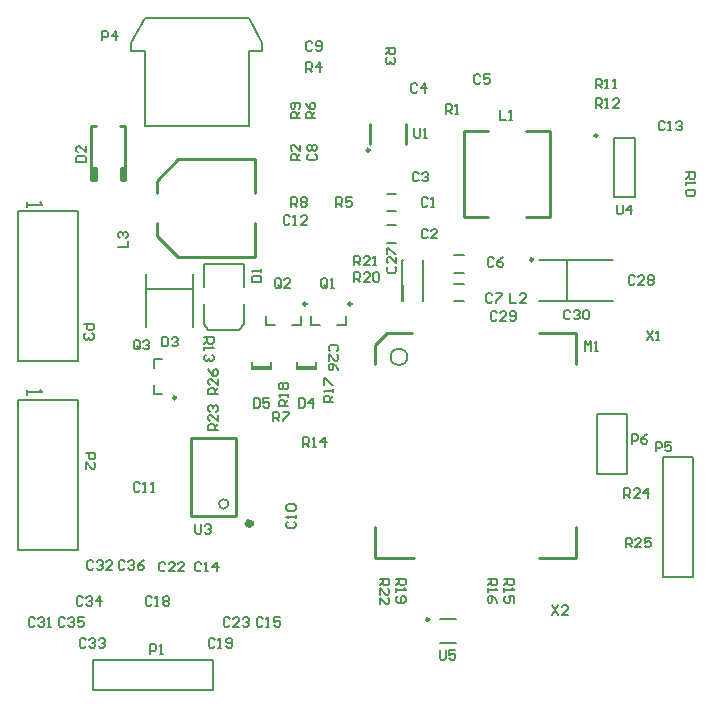
<source format=gto>
G04 Layer_Color=65535*
%FSLAX25Y25*%
%MOIN*%
G70*
G01*
G75*
%ADD38C,0.00787*%
%ADD39C,0.00984*%
%ADD41C,0.02362*%
%ADD52C,0.00800*%
%ADD53C,0.01000*%
%ADD54C,0.00500*%
%ADD55R,0.01433X0.03937*%
%ADD56R,0.01969X0.03937*%
D38*
X50244Y102094D02*
X53000D01*
X50244D02*
Y105244D01*
Y113906D02*
X53000D01*
X50244Y110756D02*
Y113906D01*
X203457Y167657D02*
Y187343D01*
X210543Y167657D02*
Y187343D01*
X203457D02*
X210543D01*
X203457Y167657D02*
X210543D01*
X139847Y133307D02*
Y138425D01*
Y146693D02*
X140043D01*
X133154Y133307D02*
Y138425D01*
X132957Y146693D02*
X133154D01*
X140043Y133307D02*
Y146693D01*
X132957Y133307D02*
Y146693D01*
X198000Y95500D02*
X208000D01*
Y75500D02*
Y95500D01*
X198000Y75500D02*
X208000D01*
X198000D02*
Y95500D01*
X82850Y111067D02*
X89150D01*
X82850Y110319D02*
X89150D01*
Y112681D01*
X82850Y110319D02*
Y112681D01*
X97850Y111067D02*
X104150D01*
X97850Y110319D02*
X104150D01*
Y112681D01*
X97850Y110319D02*
Y112681D01*
X114406Y125244D02*
Y128000D01*
X111256Y125244D02*
X114406D01*
X102594D02*
Y128000D01*
Y125244D02*
X105744D01*
X99406D02*
Y128000D01*
X96256Y125244D02*
X99406D01*
X87594D02*
Y128000D01*
Y125244D02*
X90744D01*
X178598Y133110D02*
Y133307D01*
Y146693D02*
Y146890D01*
X187850Y133110D02*
Y146890D01*
X203402Y133110D02*
Y133307D01*
Y146693D02*
Y146890D01*
X178598D02*
X203402D01*
X178598Y133110D02*
X203402D01*
X150425Y133047D02*
X153575D01*
X150425Y138953D02*
X153575D01*
X150425Y142547D02*
X153575D01*
X150425Y148453D02*
X153575D01*
X127925Y168953D02*
X131075D01*
X127925Y163047D02*
X131075D01*
X127925Y158453D02*
X131075D01*
X127925Y152547D02*
X131075D01*
X47744Y124319D02*
Y142272D01*
X63256Y124319D02*
Y142272D01*
X47744Y137154D02*
X63256D01*
X220000Y81000D02*
X230000D01*
Y41000D02*
Y81000D01*
X220000Y41000D02*
Y81000D01*
Y41000D02*
X230000D01*
X66807Y137953D02*
Y145433D01*
X80193Y137953D02*
Y145433D01*
X66807D02*
X80193D01*
X68382Y123386D02*
X78618D01*
X66807Y125354D02*
Y132047D01*
X78618Y123386D02*
X80193Y125354D01*
X66807Y125354D02*
X68382Y123386D01*
X80193Y125354D02*
Y132047D01*
X30000Y3500D02*
Y13500D01*
X70000D01*
X30000Y3500D02*
X70000D01*
Y13500D01*
X5000Y113000D02*
Y163000D01*
X25000Y113000D02*
Y163000D01*
X5000D02*
X25000D01*
X5000Y113000D02*
X25000D01*
X145681Y19122D02*
X150799D01*
X145681Y26996D02*
X150799D01*
X5000Y50000D02*
Y100000D01*
X25000Y50000D02*
Y100000D01*
X5000D02*
X25000D01*
X5000Y50000D02*
X25000D01*
X42610Y216587D02*
X47138D01*
X42610D02*
Y219146D01*
X42602Y219150D02*
X47138Y227610D01*
Y191390D02*
Y216587D01*
X81862Y191390D02*
Y216587D01*
Y227610D02*
X86398Y219150D01*
X86390Y216587D02*
Y219146D01*
X81862Y216587D02*
X86390D01*
X47138Y191390D02*
X81862D01*
X47138Y227610D02*
X81862D01*
X209500Y85500D02*
Y88649D01*
X211074D01*
X211599Y88124D01*
Y87074D01*
X211074Y86550D01*
X209500D01*
X214748Y88649D02*
X213698Y88124D01*
X212649Y87074D01*
Y86025D01*
X213173Y85500D01*
X214223D01*
X214748Y86025D01*
Y86550D01*
X214223Y87074D01*
X212649D01*
X217500Y83000D02*
Y86149D01*
X219074D01*
X219599Y85624D01*
Y84574D01*
X219074Y84050D01*
X217500D01*
X222748Y86149D02*
X220649D01*
Y84574D01*
X221698Y85099D01*
X222223D01*
X222748Y84574D01*
Y83525D01*
X222223Y83000D01*
X221173D01*
X220649Y83525D01*
X137000Y190649D02*
Y188025D01*
X137525Y187500D01*
X138574D01*
X139099Y188025D01*
Y190649D01*
X140149Y187500D02*
X141198D01*
X140673D01*
Y190649D01*
X140149Y190124D01*
X45599Y117525D02*
Y119624D01*
X45074Y120149D01*
X44025D01*
X43500Y119624D01*
Y117525D01*
X44025Y117000D01*
X45074D01*
X44550Y118050D02*
X45599Y117000D01*
X45074D02*
X45599Y117525D01*
X46649Y119624D02*
X47173Y120149D01*
X48223D01*
X48748Y119624D01*
Y119099D01*
X48223Y118574D01*
X47698D01*
X48223D01*
X48748Y118050D01*
Y117525D01*
X48223Y117000D01*
X47173D01*
X46649Y117525D01*
X92599Y138025D02*
Y140124D01*
X92074Y140649D01*
X91025D01*
X90500Y140124D01*
Y138025D01*
X91025Y137500D01*
X92074D01*
X91550Y138550D02*
X92599Y137500D01*
X92074D02*
X92599Y138025D01*
X95748Y137500D02*
X93649D01*
X95748Y139599D01*
Y140124D01*
X95223Y140649D01*
X94173D01*
X93649Y140124D01*
X108099Y138025D02*
Y140124D01*
X107574Y140649D01*
X106525D01*
X106000Y140124D01*
Y138025D01*
X106525Y137500D01*
X107574D01*
X107050Y138550D02*
X108099Y137500D01*
X107574D02*
X108099Y138025D01*
X109149Y137500D02*
X110198D01*
X109673D01*
Y140649D01*
X109149Y140124D01*
X24351Y179500D02*
X27500D01*
Y181074D01*
X26975Y181599D01*
X24876D01*
X24351Y181074D01*
Y179500D01*
X27500Y184748D02*
Y182649D01*
X25401Y184748D01*
X24876D01*
X24351Y184223D01*
Y183173D01*
X24876Y182649D01*
X53000Y121149D02*
Y118000D01*
X54574D01*
X55099Y118525D01*
Y120624D01*
X54574Y121149D01*
X53000D01*
X56149Y120624D02*
X56673Y121149D01*
X57723D01*
X58248Y120624D01*
Y120099D01*
X57723Y119574D01*
X57198D01*
X57723D01*
X58248Y119050D01*
Y118525D01*
X57723Y118000D01*
X56673D01*
X56149Y118525D01*
X64000Y58649D02*
Y56025D01*
X64525Y55500D01*
X65574D01*
X66099Y56025D01*
Y58649D01*
X67149Y58124D02*
X67673Y58649D01*
X68723D01*
X69248Y58124D01*
Y57599D01*
X68723Y57074D01*
X68198D01*
X68723D01*
X69248Y56550D01*
Y56025D01*
X68723Y55500D01*
X67673D01*
X67149Y56025D01*
X165500Y196649D02*
Y193500D01*
X167599D01*
X168649D02*
X169698D01*
X169173D01*
Y196649D01*
X168649Y196124D01*
X33000Y220000D02*
Y223149D01*
X34574D01*
X35099Y222624D01*
Y221574D01*
X34574Y221049D01*
X33000D01*
X37723Y220000D02*
Y223149D01*
X36149Y221574D01*
X38248D01*
X128376Y144599D02*
X127851Y144074D01*
Y143025D01*
X128376Y142500D01*
X130475D01*
X131000Y143025D01*
Y144074D01*
X130475Y144599D01*
X131000Y147748D02*
Y145649D01*
X128901Y147748D01*
X128376D01*
X127851Y147223D01*
Y146173D01*
X128376Y145649D01*
X127851Y148797D02*
Y150896D01*
X128376D01*
X130475Y148797D01*
X131000D01*
X183000Y31649D02*
X185099Y28500D01*
Y31649D02*
X183000Y28500D01*
X188248D02*
X186149D01*
X188248Y30599D01*
Y31124D01*
X187723Y31649D01*
X186673D01*
X186149Y31124D01*
X214500Y123149D02*
X216599Y120000D01*
Y123149D02*
X214500Y120000D01*
X217649D02*
X218698D01*
X218173D01*
Y123149D01*
X217649Y122624D01*
X204500Y165149D02*
Y162525D01*
X205025Y162000D01*
X206074D01*
X206599Y162525D01*
Y165149D01*
X209223Y162000D02*
Y165149D01*
X207649Y163574D01*
X209748D01*
X145500Y16649D02*
Y14025D01*
X146025Y13500D01*
X147074D01*
X147599Y14025D01*
Y16649D01*
X150748D02*
X148649D01*
Y15074D01*
X149698Y15599D01*
X150223D01*
X150748Y15074D01*
Y14025D01*
X150223Y13500D01*
X149173D01*
X148649Y14025D01*
X207500Y51000D02*
Y54149D01*
X209074D01*
X209599Y53624D01*
Y52574D01*
X209074Y52050D01*
X207500D01*
X208550D02*
X209599Y51000D01*
X212748D02*
X210649D01*
X212748Y53099D01*
Y53624D01*
X212223Y54149D01*
X211173D01*
X210649Y53624D01*
X215896Y54149D02*
X213797D01*
Y52574D01*
X214847Y53099D01*
X215371D01*
X215896Y52574D01*
Y51525D01*
X215371Y51000D01*
X214322D01*
X213797Y51525D01*
X207000Y67500D02*
Y70649D01*
X208574D01*
X209099Y70124D01*
Y69074D01*
X208574Y68550D01*
X207000D01*
X208050D02*
X209099Y67500D01*
X212248D02*
X210149D01*
X212248Y69599D01*
Y70124D01*
X211723Y70649D01*
X210673D01*
X210149Y70124D01*
X214872Y67500D02*
Y70649D01*
X213297Y69074D01*
X215396D01*
X100000Y84500D02*
Y87649D01*
X101574D01*
X102099Y87124D01*
Y86074D01*
X101574Y85550D01*
X100000D01*
X101050D02*
X102099Y84500D01*
X103149D02*
X104198D01*
X103673D01*
Y87649D01*
X103149Y87124D01*
X107347Y84500D02*
Y87649D01*
X105772Y86074D01*
X107871D01*
X125500Y40500D02*
X128649D01*
Y38926D01*
X128124Y38401D01*
X127074D01*
X126550Y38926D01*
Y40500D01*
Y39450D02*
X125500Y38401D01*
Y35252D02*
Y37352D01*
X127599Y35252D01*
X128124D01*
X128649Y35777D01*
Y36827D01*
X128124Y37352D01*
X125500Y32104D02*
Y34203D01*
X127599Y32104D01*
X128124D01*
X128649Y32629D01*
Y33678D01*
X128124Y34203D01*
X131000Y40500D02*
X134149D01*
Y38926D01*
X133624Y38401D01*
X132574D01*
X132050Y38926D01*
Y40500D01*
Y39450D02*
X131000Y38401D01*
Y37352D02*
Y36302D01*
Y36827D01*
X134149D01*
X133624Y37352D01*
X131525Y34728D02*
X131000Y34203D01*
Y33153D01*
X131525Y32629D01*
X133624D01*
X134149Y33153D01*
Y34203D01*
X133624Y34728D01*
X133099D01*
X132574Y34203D01*
Y32629D01*
X161500Y40500D02*
X164649D01*
Y38926D01*
X164124Y38401D01*
X163074D01*
X162550Y38926D01*
Y40500D01*
Y39450D02*
X161500Y38401D01*
Y37352D02*
Y36302D01*
Y36827D01*
X164649D01*
X164124Y37352D01*
X164649Y32629D02*
X164124Y33678D01*
X163074Y34728D01*
X162025D01*
X161500Y34203D01*
Y33153D01*
X162025Y32629D01*
X162550D01*
X163074Y33153D01*
Y34728D01*
X167000Y40500D02*
X170149D01*
Y38926D01*
X169624Y38401D01*
X168574D01*
X168050Y38926D01*
Y40500D01*
Y39450D02*
X167000Y38401D01*
Y37352D02*
Y36302D01*
Y36827D01*
X170149D01*
X169624Y37352D01*
X170149Y32629D02*
Y34728D01*
X168574D01*
X169099Y33678D01*
Y33153D01*
X168574Y32629D01*
X167525D01*
X167000Y33153D01*
Y34203D01*
X167525Y34728D01*
X67000Y121000D02*
X70149D01*
Y119426D01*
X69624Y118901D01*
X68574D01*
X68050Y119426D01*
Y121000D01*
Y119950D02*
X67000Y118901D01*
Y117851D02*
Y116802D01*
Y117327D01*
X70149D01*
X69624Y117851D01*
Y115228D02*
X70149Y114703D01*
Y113653D01*
X69624Y113129D01*
X69099D01*
X68574Y113653D01*
Y114178D01*
Y113653D01*
X68050Y113129D01*
X67525D01*
X67000Y113653D01*
Y114703D01*
X67525Y115228D01*
X197500Y197500D02*
Y200649D01*
X199074D01*
X199599Y200124D01*
Y199074D01*
X199074Y198550D01*
X197500D01*
X198550D02*
X199599Y197500D01*
X200649D02*
X201698D01*
X201173D01*
Y200649D01*
X200649Y200124D01*
X205371Y197500D02*
X203273D01*
X205371Y199599D01*
Y200124D01*
X204847Y200649D01*
X203797D01*
X203273Y200124D01*
X197500Y204000D02*
Y207149D01*
X199074D01*
X199599Y206624D01*
Y205574D01*
X199074Y205050D01*
X197500D01*
X198550D02*
X199599Y204000D01*
X200649D02*
X201698D01*
X201173D01*
Y207149D01*
X200649Y206624D01*
X203273Y204000D02*
X204322D01*
X203797D01*
Y207149D01*
X203273Y206624D01*
X227500Y176000D02*
X230649D01*
Y174426D01*
X230124Y173901D01*
X229074D01*
X228550Y174426D01*
Y176000D01*
Y174951D02*
X227500Y173901D01*
Y172852D02*
Y171802D01*
Y172327D01*
X230649D01*
X230124Y172852D01*
Y170228D02*
X230649Y169703D01*
Y168653D01*
X230124Y168129D01*
X228025D01*
X227500Y168653D01*
Y169703D01*
X228025Y170228D01*
X230124D01*
X99000Y194000D02*
X95851D01*
Y195574D01*
X96376Y196099D01*
X97426D01*
X97951Y195574D01*
Y194000D01*
Y195050D02*
X99000Y196099D01*
X98475Y197149D02*
X99000Y197673D01*
Y198723D01*
X98475Y199248D01*
X96376D01*
X95851Y198723D01*
Y197673D01*
X96376Y197149D01*
X96901D01*
X97426Y197673D01*
Y199248D01*
X96000Y164500D02*
Y167649D01*
X97574D01*
X98099Y167124D01*
Y166074D01*
X97574Y165550D01*
X96000D01*
X97050D02*
X98099Y164500D01*
X99149Y167124D02*
X99673Y167649D01*
X100723D01*
X101248Y167124D01*
Y166599D01*
X100723Y166074D01*
X101248Y165550D01*
Y165025D01*
X100723Y164500D01*
X99673D01*
X99149Y165025D01*
Y165550D01*
X99673Y166074D01*
X99149Y166599D01*
Y167124D01*
X99673Y166074D02*
X100723D01*
X90000Y93000D02*
Y96149D01*
X91574D01*
X92099Y95624D01*
Y94574D01*
X91574Y94050D01*
X90000D01*
X91050D02*
X92099Y93000D01*
X93149Y96149D02*
X95248D01*
Y95624D01*
X93149Y93525D01*
Y93000D01*
X104000Y194000D02*
X100852D01*
Y195574D01*
X101376Y196099D01*
X102426D01*
X102951Y195574D01*
Y194000D01*
Y195050D02*
X104000Y196099D01*
X100852Y199248D02*
X101376Y198198D01*
X102426Y197149D01*
X103475D01*
X104000Y197673D01*
Y198723D01*
X103475Y199248D01*
X102951D01*
X102426Y198723D01*
Y197149D01*
X117000Y145000D02*
Y148149D01*
X118574D01*
X119099Y147624D01*
Y146574D01*
X118574Y146050D01*
X117000D01*
X118050D02*
X119099Y145000D01*
X122248D02*
X120149D01*
X122248Y147099D01*
Y147624D01*
X121723Y148149D01*
X120673D01*
X120149Y147624D01*
X123297Y145000D02*
X124347D01*
X123822D01*
Y148149D01*
X123297Y147624D01*
X111000Y164500D02*
Y167649D01*
X112574D01*
X113099Y167124D01*
Y166074D01*
X112574Y165550D01*
X111000D01*
X112050D02*
X113099Y164500D01*
X116248Y167649D02*
X114149D01*
Y166074D01*
X115198Y166599D01*
X115723D01*
X116248Y166074D01*
Y165025D01*
X115723Y164500D01*
X114673D01*
X114149Y165025D01*
X71500Y102000D02*
X68352D01*
Y103574D01*
X68876Y104099D01*
X69926D01*
X70451Y103574D01*
Y102000D01*
Y103050D02*
X71500Y104099D01*
Y107248D02*
Y105149D01*
X69401Y107248D01*
X68876D01*
X68352Y106723D01*
Y105673D01*
X68876Y105149D01*
X68352Y110396D02*
X68876Y109347D01*
X69926Y108297D01*
X70975D01*
X71500Y108822D01*
Y109871D01*
X70975Y110396D01*
X70451D01*
X69926Y109871D01*
Y108297D01*
X101000Y209500D02*
Y212649D01*
X102574D01*
X103099Y212124D01*
Y211074D01*
X102574Y210550D01*
X101000D01*
X102050D02*
X103099Y209500D01*
X105723D02*
Y212649D01*
X104149Y211074D01*
X106248D01*
X95000Y98000D02*
X91852D01*
Y99574D01*
X92376Y100099D01*
X93426D01*
X93950Y99574D01*
Y98000D01*
Y99050D02*
X95000Y100099D01*
Y101149D02*
Y102198D01*
Y101673D01*
X91852D01*
X92376Y101149D01*
Y103772D02*
X91852Y104297D01*
Y105347D01*
X92376Y105871D01*
X92901D01*
X93426Y105347D01*
X93950Y105871D01*
X94475D01*
X95000Y105347D01*
Y104297D01*
X94475Y103772D01*
X93950D01*
X93426Y104297D01*
X92901Y103772D01*
X92376D01*
X93426Y104297D02*
Y105347D01*
X127500Y217500D02*
X130649D01*
Y215926D01*
X130124Y215401D01*
X129074D01*
X128550Y215926D01*
Y217500D01*
Y216451D02*
X127500Y215401D01*
X130124Y214352D02*
X130649Y213827D01*
Y212777D01*
X130124Y212252D01*
X129599D01*
X129074Y212777D01*
Y213302D01*
Y212777D01*
X128550Y212252D01*
X128025D01*
X127500Y212777D01*
Y213827D01*
X128025Y214352D01*
X117000Y139500D02*
Y142649D01*
X118574D01*
X119099Y142124D01*
Y141074D01*
X118574Y140550D01*
X117000D01*
X118050D02*
X119099Y139500D01*
X122248D02*
X120149D01*
X122248Y141599D01*
Y142124D01*
X121723Y142649D01*
X120673D01*
X120149Y142124D01*
X123297D02*
X123822Y142649D01*
X124872D01*
X125396Y142124D01*
Y140025D01*
X124872Y139500D01*
X123822D01*
X123297Y140025D01*
Y142124D01*
X99000Y180000D02*
X95851D01*
Y181574D01*
X96376Y182099D01*
X97426D01*
X97951Y181574D01*
Y180000D01*
Y181050D02*
X99000Y182099D01*
Y185248D02*
Y183149D01*
X96901Y185248D01*
X96376D01*
X95851Y184723D01*
Y183673D01*
X96376Y183149D01*
X71500Y90000D02*
X68352D01*
Y91574D01*
X68876Y92099D01*
X69926D01*
X70451Y91574D01*
Y90000D01*
Y91050D02*
X71500Y92099D01*
Y95248D02*
Y93149D01*
X69401Y95248D01*
X68876D01*
X68352Y94723D01*
Y93673D01*
X68876Y93149D01*
Y96297D02*
X68352Y96822D01*
Y97872D01*
X68876Y98396D01*
X69401D01*
X69926Y97872D01*
Y97347D01*
Y97872D01*
X70451Y98396D01*
X70975D01*
X71500Y97872D01*
Y96822D01*
X70975Y96297D01*
X147500Y195500D02*
Y198649D01*
X149074D01*
X149599Y198124D01*
Y197074D01*
X149074Y196550D01*
X147500D01*
X148550D02*
X149599Y195500D01*
X150649D02*
X151698D01*
X151173D01*
Y198649D01*
X150649Y198124D01*
X110000Y99500D02*
X106851D01*
Y101074D01*
X107376Y101599D01*
X108426D01*
X108950Y101074D01*
Y99500D01*
Y100550D02*
X110000Y101599D01*
Y102649D02*
Y103698D01*
Y103173D01*
X106851D01*
X107376Y102649D01*
X106851Y105272D02*
Y107371D01*
X107376D01*
X109475Y105272D01*
X110000D01*
X27000Y125500D02*
X30149D01*
Y123926D01*
X29624Y123401D01*
X28574D01*
X28050Y123926D01*
Y125500D01*
X29624Y122352D02*
X30149Y121827D01*
Y120777D01*
X29624Y120252D01*
X29099D01*
X28574Y120777D01*
Y121302D01*
Y120777D01*
X28050Y120252D01*
X27525D01*
X27000Y120777D01*
Y121827D01*
X27525Y122352D01*
X27500Y82500D02*
X30649D01*
Y80926D01*
X30124Y80401D01*
X29074D01*
X28550Y80926D01*
Y82500D01*
X27500Y77252D02*
Y79352D01*
X29599Y77252D01*
X30124D01*
X30649Y77777D01*
Y78827D01*
X30124Y79352D01*
X49000Y15500D02*
Y18649D01*
X50574D01*
X51099Y18124D01*
Y17074D01*
X50574Y16550D01*
X49000D01*
X52149Y15500D02*
X53198D01*
X52673D01*
Y18649D01*
X52149Y18124D01*
X194000Y116500D02*
Y119649D01*
X195050Y118599D01*
X196099Y119649D01*
Y116500D01*
X197149D02*
X198198D01*
X197673D01*
Y119649D01*
X197149Y119124D01*
X38352Y151000D02*
X41500D01*
Y153099D01*
X38876Y154149D02*
X38352Y154673D01*
Y155723D01*
X38876Y156248D01*
X39401D01*
X39926Y155723D01*
Y155198D01*
Y155723D01*
X40451Y156248D01*
X40975D01*
X41500Y155723D01*
Y154673D01*
X40975Y154149D01*
X169000Y135649D02*
Y132500D01*
X171099D01*
X174248D02*
X172149D01*
X174248Y134599D01*
Y135124D01*
X173723Y135649D01*
X172673D01*
X172149Y135124D01*
X83500Y100649D02*
Y97500D01*
X85074D01*
X85599Y98025D01*
Y100124D01*
X85074Y100649D01*
X83500D01*
X88748D02*
X86649D01*
Y99074D01*
X87698Y99599D01*
X88223D01*
X88748Y99074D01*
Y98025D01*
X88223Y97500D01*
X87173D01*
X86649Y98025D01*
X98500Y100649D02*
Y97500D01*
X100074D01*
X100599Y98025D01*
Y100124D01*
X100074Y100649D01*
X98500D01*
X103223Y97500D02*
Y100649D01*
X101649Y99074D01*
X103748D01*
X82851Y139500D02*
X86000D01*
Y141074D01*
X85475Y141599D01*
X83376D01*
X82851Y141074D01*
Y139500D01*
X86000Y142649D02*
Y143698D01*
Y143173D01*
X82851D01*
X83376Y142649D01*
X220599Y192624D02*
X220074Y193149D01*
X219025D01*
X218500Y192624D01*
Y190525D01*
X219025Y190000D01*
X220074D01*
X220599Y190525D01*
X221649Y190000D02*
X222698D01*
X222173D01*
Y193149D01*
X221649Y192624D01*
X224272D02*
X224797Y193149D01*
X225847D01*
X226372Y192624D01*
Y192099D01*
X225847Y191574D01*
X225322D01*
X225847D01*
X226372Y191050D01*
Y190525D01*
X225847Y190000D01*
X224797D01*
X224272Y190525D01*
X95599Y161124D02*
X95074Y161649D01*
X94025D01*
X93500Y161124D01*
Y159025D01*
X94025Y158500D01*
X95074D01*
X95599Y159025D01*
X96649Y158500D02*
X97698D01*
X97173D01*
Y161649D01*
X96649Y161124D01*
X101372Y158500D02*
X99273D01*
X101372Y160599D01*
Y161124D01*
X100847Y161649D01*
X99797D01*
X99273Y161124D01*
X45599Y72124D02*
X45074Y72649D01*
X44025D01*
X43500Y72124D01*
Y70025D01*
X44025Y69500D01*
X45074D01*
X45599Y70025D01*
X46649Y69500D02*
X47698D01*
X47173D01*
Y72649D01*
X46649Y72124D01*
X49273Y69500D02*
X50322D01*
X49797D01*
Y72649D01*
X49273Y72124D01*
X210599Y141124D02*
X210074Y141649D01*
X209025D01*
X208500Y141124D01*
Y139025D01*
X209025Y138500D01*
X210074D01*
X210599Y139025D01*
X213748Y138500D02*
X211649D01*
X213748Y140599D01*
Y141124D01*
X213223Y141649D01*
X212173D01*
X211649Y141124D01*
X214797D02*
X215322Y141649D01*
X216371D01*
X216896Y141124D01*
Y140599D01*
X216371Y140074D01*
X216896Y139550D01*
Y139025D01*
X216371Y138500D01*
X215322D01*
X214797Y139025D01*
Y139550D01*
X215322Y140074D01*
X214797Y140599D01*
Y141124D01*
X215322Y140074D02*
X216371D01*
X94876Y59599D02*
X94352Y59074D01*
Y58025D01*
X94876Y57500D01*
X96975D01*
X97500Y58025D01*
Y59074D01*
X96975Y59599D01*
X97500Y60649D02*
Y61698D01*
Y61173D01*
X94352D01*
X94876Y60649D01*
Y63273D02*
X94352Y63797D01*
Y64847D01*
X94876Y65372D01*
X96975D01*
X97500Y64847D01*
Y63797D01*
X96975Y63273D01*
X94876D01*
X189099Y129624D02*
X188574Y130149D01*
X187525D01*
X187000Y129624D01*
Y127525D01*
X187525Y127000D01*
X188574D01*
X189099Y127525D01*
X190149Y129624D02*
X190673Y130149D01*
X191723D01*
X192248Y129624D01*
Y129099D01*
X191723Y128574D01*
X191198D01*
X191723D01*
X192248Y128050D01*
Y127525D01*
X191723Y127000D01*
X190673D01*
X190149Y127525D01*
X193297Y129624D02*
X193822Y130149D01*
X194871D01*
X195396Y129624D01*
Y127525D01*
X194871Y127000D01*
X193822D01*
X193297Y127525D01*
Y129624D01*
X66099Y45624D02*
X65574Y46149D01*
X64525D01*
X64000Y45624D01*
Y43525D01*
X64525Y43000D01*
X65574D01*
X66099Y43525D01*
X67149Y43000D02*
X68198D01*
X67673D01*
Y46149D01*
X67149Y45624D01*
X71347Y43000D02*
Y46149D01*
X69772Y44574D01*
X71872D01*
X103099Y219124D02*
X102574Y219649D01*
X101525D01*
X101000Y219124D01*
Y217025D01*
X101525Y216500D01*
X102574D01*
X103099Y217025D01*
X104149D02*
X104673Y216500D01*
X105723D01*
X106248Y217025D01*
Y219124D01*
X105723Y219649D01*
X104673D01*
X104149Y219124D01*
Y218599D01*
X104673Y218074D01*
X106248D01*
X111124Y116401D02*
X111649Y116926D01*
Y117975D01*
X111124Y118500D01*
X109025D01*
X108500Y117975D01*
Y116926D01*
X109025Y116401D01*
X108500Y113252D02*
Y115351D01*
X110599Y113252D01*
X111124D01*
X111649Y113777D01*
Y114827D01*
X111124Y115351D01*
X111649Y110104D02*
X111124Y111153D01*
X110074Y112203D01*
X109025D01*
X108500Y111678D01*
Y110629D01*
X109025Y110104D01*
X109550D01*
X110074Y110629D01*
Y112203D01*
X49599Y34124D02*
X49074Y34649D01*
X48025D01*
X47500Y34124D01*
Y32025D01*
X48025Y31500D01*
X49074D01*
X49599Y32025D01*
X50649Y31500D02*
X51698D01*
X51173D01*
Y34649D01*
X50649Y34124D01*
X53272D02*
X53797Y34649D01*
X54847D01*
X55371Y34124D01*
Y33599D01*
X54847Y33074D01*
X55371Y32550D01*
Y32025D01*
X54847Y31500D01*
X53797D01*
X53272Y32025D01*
Y32550D01*
X53797Y33074D01*
X53272Y33599D01*
Y34124D01*
X53797Y33074D02*
X54847D01*
X101876Y182099D02*
X101351Y181574D01*
Y180525D01*
X101876Y180000D01*
X103975D01*
X104500Y180525D01*
Y181574D01*
X103975Y182099D01*
X101876Y183149D02*
X101351Y183673D01*
Y184723D01*
X101876Y185248D01*
X102401D01*
X102926Y184723D01*
X103451Y185248D01*
X103975D01*
X104500Y184723D01*
Y183673D01*
X103975Y183149D01*
X103451D01*
X102926Y183673D01*
X102401Y183149D01*
X101876D01*
X102926Y183673D02*
Y184723D01*
X54099Y45624D02*
X53574Y46149D01*
X52525D01*
X52000Y45624D01*
Y43525D01*
X52525Y43000D01*
X53574D01*
X54099Y43525D01*
X57248Y43000D02*
X55149D01*
X57248Y45099D01*
Y45624D01*
X56723Y46149D01*
X55673D01*
X55149Y45624D01*
X60396Y43000D02*
X58297D01*
X60396Y45099D01*
Y45624D01*
X59872Y46149D01*
X58822D01*
X58297Y45624D01*
X163099Y135124D02*
X162574Y135649D01*
X161525D01*
X161000Y135124D01*
Y133025D01*
X161525Y132500D01*
X162574D01*
X163099Y133025D01*
X164149Y135649D02*
X166248D01*
Y135124D01*
X164149Y133025D01*
Y132500D01*
X164599Y129124D02*
X164074Y129649D01*
X163025D01*
X162500Y129124D01*
Y127025D01*
X163025Y126500D01*
X164074D01*
X164599Y127025D01*
X167748Y126500D02*
X165649D01*
X167748Y128599D01*
Y129124D01*
X167223Y129649D01*
X166173D01*
X165649Y129124D01*
X168797Y127025D02*
X169322Y126500D01*
X170371D01*
X170896Y127025D01*
Y129124D01*
X170371Y129649D01*
X169322D01*
X168797Y129124D01*
Y128599D01*
X169322Y128074D01*
X170896D01*
X86599Y27124D02*
X86074Y27649D01*
X85025D01*
X84500Y27124D01*
Y25025D01*
X85025Y24500D01*
X86074D01*
X86599Y25025D01*
X87649Y24500D02*
X88698D01*
X88173D01*
Y27649D01*
X87649Y27124D01*
X92371Y27649D02*
X90272D01*
Y26074D01*
X91322Y26599D01*
X91847D01*
X92371Y26074D01*
Y25025D01*
X91847Y24500D01*
X90797D01*
X90272Y25025D01*
X163599Y147124D02*
X163074Y147649D01*
X162025D01*
X161500Y147124D01*
Y145025D01*
X162025Y144500D01*
X163074D01*
X163599Y145025D01*
X166748Y147649D02*
X165698Y147124D01*
X164649Y146074D01*
Y145025D01*
X165173Y144500D01*
X166223D01*
X166748Y145025D01*
Y145550D01*
X166223Y146074D01*
X164649D01*
X40599Y46124D02*
X40074Y46649D01*
X39025D01*
X38500Y46124D01*
Y44025D01*
X39025Y43500D01*
X40074D01*
X40599Y44025D01*
X41649Y46124D02*
X42173Y46649D01*
X43223D01*
X43748Y46124D01*
Y45599D01*
X43223Y45074D01*
X42698D01*
X43223D01*
X43748Y44550D01*
Y44025D01*
X43223Y43500D01*
X42173D01*
X41649Y44025D01*
X46896Y46649D02*
X45847Y46124D01*
X44797Y45074D01*
Y44025D01*
X45322Y43500D01*
X46371D01*
X46896Y44025D01*
Y44550D01*
X46371Y45074D01*
X44797D01*
X70599Y20124D02*
X70074Y20649D01*
X69025D01*
X68500Y20124D01*
Y18025D01*
X69025Y17500D01*
X70074D01*
X70599Y18025D01*
X71649Y17500D02*
X72698D01*
X72173D01*
Y20649D01*
X71649Y20124D01*
X74273Y18025D02*
X74797Y17500D01*
X75847D01*
X76372Y18025D01*
Y20124D01*
X75847Y20649D01*
X74797D01*
X74273Y20124D01*
Y19599D01*
X74797Y19074D01*
X76372D01*
X159099Y208124D02*
X158574Y208649D01*
X157525D01*
X157000Y208124D01*
Y206025D01*
X157525Y205500D01*
X158574D01*
X159099Y206025D01*
X162248Y208649D02*
X160149D01*
Y207074D01*
X161198Y207599D01*
X161723D01*
X162248Y207074D01*
Y206025D01*
X161723Y205500D01*
X160673D01*
X160149Y206025D01*
X26599Y34124D02*
X26074Y34649D01*
X25025D01*
X24500Y34124D01*
Y32025D01*
X25025Y31500D01*
X26074D01*
X26599Y32025D01*
X27649Y34124D02*
X28173Y34649D01*
X29223D01*
X29748Y34124D01*
Y33599D01*
X29223Y33074D01*
X28698D01*
X29223D01*
X29748Y32550D01*
Y32025D01*
X29223Y31500D01*
X28173D01*
X27649Y32025D01*
X32372Y31500D02*
Y34649D01*
X30797Y33074D01*
X32896D01*
X75599Y27124D02*
X75074Y27649D01*
X74025D01*
X73500Y27124D01*
Y25025D01*
X74025Y24500D01*
X75074D01*
X75599Y25025D01*
X78748Y24500D02*
X76649D01*
X78748Y26599D01*
Y27124D01*
X78223Y27649D01*
X77173D01*
X76649Y27124D01*
X79797D02*
X80322Y27649D01*
X81371D01*
X81896Y27124D01*
Y26599D01*
X81371Y26074D01*
X80847D01*
X81371D01*
X81896Y25550D01*
Y25025D01*
X81371Y24500D01*
X80322D01*
X79797Y25025D01*
X138099Y205124D02*
X137574Y205649D01*
X136525D01*
X136000Y205124D01*
Y203025D01*
X136525Y202500D01*
X137574D01*
X138099Y203025D01*
X140723Y202500D02*
Y205649D01*
X139149Y204074D01*
X141248D01*
X30099Y46124D02*
X29574Y46649D01*
X28525D01*
X28000Y46124D01*
Y44025D01*
X28525Y43500D01*
X29574D01*
X30099Y44025D01*
X31149Y46124D02*
X31673Y46649D01*
X32723D01*
X33248Y46124D01*
Y45599D01*
X32723Y45074D01*
X32198D01*
X32723D01*
X33248Y44550D01*
Y44025D01*
X32723Y43500D01*
X31673D01*
X31149Y44025D01*
X36396Y43500D02*
X34297D01*
X36396Y45599D01*
Y46124D01*
X35871Y46649D01*
X34822D01*
X34297Y46124D01*
X138599Y175624D02*
X138074Y176149D01*
X137025D01*
X136500Y175624D01*
Y173525D01*
X137025Y173000D01*
X138074D01*
X138599Y173525D01*
X139649Y175624D02*
X140173Y176149D01*
X141223D01*
X141748Y175624D01*
Y175099D01*
X141223Y174574D01*
X140698D01*
X141223D01*
X141748Y174050D01*
Y173525D01*
X141223Y173000D01*
X140173D01*
X139649Y173525D01*
X20599Y27124D02*
X20074Y27649D01*
X19025D01*
X18500Y27124D01*
Y25025D01*
X19025Y24500D01*
X20074D01*
X20599Y25025D01*
X21649Y27124D02*
X22173Y27649D01*
X23223D01*
X23748Y27124D01*
Y26599D01*
X23223Y26074D01*
X22698D01*
X23223D01*
X23748Y25550D01*
Y25025D01*
X23223Y24500D01*
X22173D01*
X21649Y25025D01*
X26896Y27649D02*
X24797D01*
Y26074D01*
X25847Y26599D01*
X26371D01*
X26896Y26074D01*
Y25025D01*
X26371Y24500D01*
X25322D01*
X24797Y25025D01*
X141599Y156624D02*
X141074Y157149D01*
X140025D01*
X139500Y156624D01*
Y154525D01*
X140025Y154000D01*
X141074D01*
X141599Y154525D01*
X144748Y154000D02*
X142649D01*
X144748Y156099D01*
Y156624D01*
X144223Y157149D01*
X143173D01*
X142649Y156624D01*
X27599Y20124D02*
X27074Y20649D01*
X26025D01*
X25500Y20124D01*
Y18025D01*
X26025Y17500D01*
X27074D01*
X27599Y18025D01*
X28649Y20124D02*
X29173Y20649D01*
X30223D01*
X30748Y20124D01*
Y19599D01*
X30223Y19074D01*
X29698D01*
X30223D01*
X30748Y18550D01*
Y18025D01*
X30223Y17500D01*
X29173D01*
X28649Y18025D01*
X31797Y20124D02*
X32322Y20649D01*
X33371D01*
X33896Y20124D01*
Y19599D01*
X33371Y19074D01*
X32847D01*
X33371D01*
X33896Y18550D01*
Y18025D01*
X33371Y17500D01*
X32322D01*
X31797Y18025D01*
X141599Y167124D02*
X141074Y167649D01*
X140025D01*
X139500Y167124D01*
Y165025D01*
X140025Y164500D01*
X141074D01*
X141599Y165025D01*
X142649Y164500D02*
X143698D01*
X143173D01*
Y167649D01*
X142649Y167124D01*
X10599Y27124D02*
X10074Y27649D01*
X9025D01*
X8500Y27124D01*
Y25025D01*
X9025Y24500D01*
X10074D01*
X10599Y25025D01*
X11649Y27124D02*
X12173Y27649D01*
X13223D01*
X13748Y27124D01*
Y26599D01*
X13223Y26074D01*
X12698D01*
X13223D01*
X13748Y25550D01*
Y25025D01*
X13223Y24500D01*
X12173D01*
X11649Y25025D01*
X14797Y24500D02*
X15847D01*
X15322D01*
Y27649D01*
X14797Y27124D01*
D39*
X57626Y100913D02*
G03*
X57626Y100913I-492J0D01*
G01*
X198043Y188347D02*
G03*
X198043Y188347I-492J0D01*
G01*
X116079Y132134D02*
G03*
X116079Y132134I-492J0D01*
G01*
X101079D02*
G03*
X101079Y132134I-492J0D01*
G01*
X176532Y146890D02*
G03*
X176532Y146890I-492J0D01*
G01*
X122100Y183400D02*
G03*
X122100Y183400I-492J0D01*
G01*
X124036Y112067D02*
Y118465D01*
X127972Y122402D01*
X136339D01*
X178662D02*
X190965D01*
Y112067D02*
Y122402D01*
Y47598D02*
Y57933D01*
X179154Y47598D02*
X190965D01*
X178465D02*
X179154D01*
X124036D02*
X136831D01*
X124036D02*
Y57933D01*
D41*
X82500Y59000D02*
G03*
X82500Y59000I-500J0D01*
G01*
D52*
X73500Y67075D02*
G03*
X73500Y63925I0J-1575D01*
G01*
D02*
G03*
X73500Y67075I0J1575D01*
G01*
X134693Y114528D02*
G03*
X134693Y114528I-2784J0D01*
G01*
X8000Y166000D02*
Y164334D01*
Y165167D01*
X12998D01*
X12165Y166000D01*
X8000Y103500D02*
Y101834D01*
Y102667D01*
X12998D01*
X12165Y103500D01*
D53*
X142000Y27000D02*
G03*
X142000Y27000I-500J0D01*
G01*
X39177Y173445D02*
Y177382D01*
X40512D01*
X29587D02*
X30866D01*
X39177Y173445D02*
X40512D01*
X30866D02*
Y177382D01*
X29390Y173445D02*
X30866D01*
X29390D02*
Y191555D01*
X40512Y173445D02*
Y191555D01*
X29390D02*
X30965D01*
X38937D02*
X40512D01*
X122200Y185500D02*
Y192000D01*
X134400Y185500D02*
Y192000D01*
X174228Y161031D02*
X182370D01*
X153630D02*
X161772D01*
X153630Y189772D02*
X161772D01*
X174228D02*
X182370D01*
X153630Y161031D02*
Y189772D01*
X182370Y161031D02*
Y189772D01*
X62500Y61500D02*
Y87500D01*
X77500Y61500D02*
Y87500D01*
X62500Y61500D02*
X77500D01*
X62500Y87500D02*
X77500D01*
X51161Y154748D02*
Y159000D01*
Y169000D02*
Y173252D01*
X83839Y169000D02*
Y180339D01*
Y147661D02*
Y159000D01*
X58248Y180339D02*
X83839D01*
X58248Y147661D02*
X83839D01*
X51161Y154748D02*
X58248Y147661D01*
X51161Y173252D02*
X58248Y180339D01*
D54*
X30768Y173445D02*
Y177382D01*
X29488D02*
X30768D01*
D55*
X39894Y175413D02*
D03*
D56*
X29882D02*
D03*
M02*

</source>
